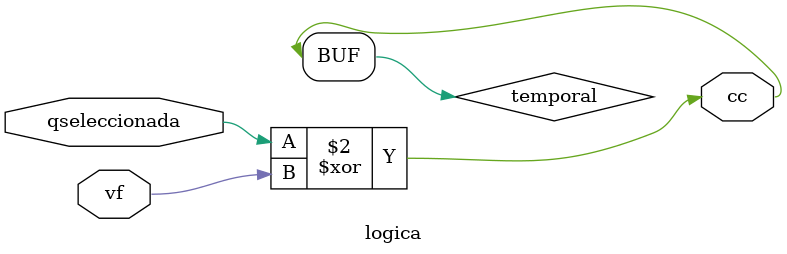
<source format=v>
module logica(vf, qseleccionada, cc);
	input vf;
	input qseleccionada;
	output cc;
	reg temporal;
	
	always@(qseleccionada)
	begin
		temporal = qseleccionada^vf;
	end
	
	assign cc = temporal;
	
endmodule 
</source>
